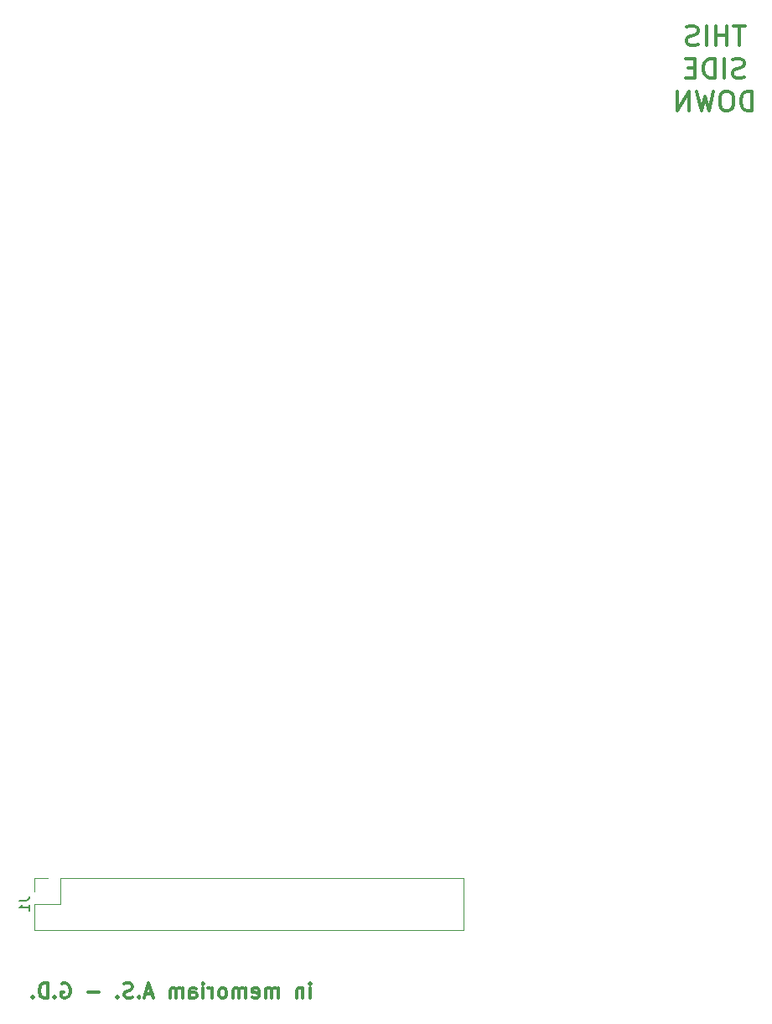
<source format=gbr>
%TF.GenerationSoftware,KiCad,Pcbnew,5.0.2+dfsg1-1*%
%TF.CreationDate,2020-10-11T22:00:56+02:00*%
%TF.ProjectId,A130XE_KB_MX,41313330-5845-45f4-9b42-5f4d582e6b69,0.1*%
%TF.SameCoordinates,Original*%
%TF.FileFunction,Legend,Bot*%
%TF.FilePolarity,Positive*%
%FSLAX46Y46*%
G04 Gerber Fmt 4.6, Leading zero omitted, Abs format (unit mm)*
G04 Created by KiCad (PCBNEW 5.0.2+dfsg1-1) date Sun 11 Oct 2020 10:00:56 PM CEST*
%MOMM*%
%LPD*%
G01*
G04 APERTURE LIST*
%ADD10C,0.300000*%
%ADD11C,0.120000*%
%ADD12C,0.150000*%
G04 APERTURE END LIST*
D10*
X369047619Y-113604761D02*
X367904761Y-113604761D01*
X368476190Y-115604761D02*
X368476190Y-113604761D01*
X367238095Y-115604761D02*
X367238095Y-113604761D01*
X367238095Y-114557142D02*
X366095238Y-114557142D01*
X366095238Y-115604761D02*
X366095238Y-113604761D01*
X365142857Y-115604761D02*
X365142857Y-113604761D01*
X364285714Y-115509523D02*
X364000000Y-115604761D01*
X363523809Y-115604761D01*
X363333333Y-115509523D01*
X363238095Y-115414285D01*
X363142857Y-115223809D01*
X363142857Y-115033333D01*
X363238095Y-114842857D01*
X363333333Y-114747619D01*
X363523809Y-114652380D01*
X363904761Y-114557142D01*
X364095238Y-114461904D01*
X364190476Y-114366666D01*
X364285714Y-114176190D01*
X364285714Y-113985714D01*
X364190476Y-113795238D01*
X364095238Y-113700000D01*
X363904761Y-113604761D01*
X363428571Y-113604761D01*
X363142857Y-113700000D01*
X368952380Y-118809523D02*
X368666666Y-118904761D01*
X368190476Y-118904761D01*
X368000000Y-118809523D01*
X367904761Y-118714285D01*
X367809523Y-118523809D01*
X367809523Y-118333333D01*
X367904761Y-118142857D01*
X368000000Y-118047619D01*
X368190476Y-117952380D01*
X368571428Y-117857142D01*
X368761904Y-117761904D01*
X368857142Y-117666666D01*
X368952380Y-117476190D01*
X368952380Y-117285714D01*
X368857142Y-117095238D01*
X368761904Y-117000000D01*
X368571428Y-116904761D01*
X368095238Y-116904761D01*
X367809523Y-117000000D01*
X366952380Y-118904761D02*
X366952380Y-116904761D01*
X366000000Y-118904761D02*
X366000000Y-116904761D01*
X365523809Y-116904761D01*
X365238095Y-117000000D01*
X365047619Y-117190476D01*
X364952380Y-117380952D01*
X364857142Y-117761904D01*
X364857142Y-118047619D01*
X364952380Y-118428571D01*
X365047619Y-118619047D01*
X365238095Y-118809523D01*
X365523809Y-118904761D01*
X366000000Y-118904761D01*
X364000000Y-117857142D02*
X363333333Y-117857142D01*
X363047619Y-118904761D02*
X364000000Y-118904761D01*
X364000000Y-116904761D01*
X363047619Y-116904761D01*
X369761904Y-122204761D02*
X369761904Y-120204761D01*
X369285714Y-120204761D01*
X369000000Y-120300000D01*
X368809523Y-120490476D01*
X368714285Y-120680952D01*
X368619047Y-121061904D01*
X368619047Y-121347619D01*
X368714285Y-121728571D01*
X368809523Y-121919047D01*
X369000000Y-122109523D01*
X369285714Y-122204761D01*
X369761904Y-122204761D01*
X367380952Y-120204761D02*
X367000000Y-120204761D01*
X366809523Y-120300000D01*
X366619047Y-120490476D01*
X366523809Y-120871428D01*
X366523809Y-121538095D01*
X366619047Y-121919047D01*
X366809523Y-122109523D01*
X367000000Y-122204761D01*
X367380952Y-122204761D01*
X367571428Y-122109523D01*
X367761904Y-121919047D01*
X367857142Y-121538095D01*
X367857142Y-120871428D01*
X367761904Y-120490476D01*
X367571428Y-120300000D01*
X367380952Y-120204761D01*
X365857142Y-120204761D02*
X365380952Y-122204761D01*
X365000000Y-120776190D01*
X364619047Y-122204761D01*
X364142857Y-120204761D01*
X363380952Y-122204761D02*
X363380952Y-120204761D01*
X362238095Y-122204761D01*
X362238095Y-120204761D01*
X325100000Y-211778571D02*
X325100000Y-210778571D01*
X325100000Y-210278571D02*
X325171428Y-210350000D01*
X325100000Y-210421428D01*
X325028571Y-210350000D01*
X325100000Y-210278571D01*
X325100000Y-210421428D01*
X324385714Y-210778571D02*
X324385714Y-211778571D01*
X324385714Y-210921428D02*
X324314285Y-210850000D01*
X324171428Y-210778571D01*
X323957142Y-210778571D01*
X323814285Y-210850000D01*
X323742857Y-210992857D01*
X323742857Y-211778571D01*
X321885714Y-211778571D02*
X321885714Y-210778571D01*
X321885714Y-210921428D02*
X321814285Y-210850000D01*
X321671428Y-210778571D01*
X321457142Y-210778571D01*
X321314285Y-210850000D01*
X321242857Y-210992857D01*
X321242857Y-211778571D01*
X321242857Y-210992857D02*
X321171428Y-210850000D01*
X321028571Y-210778571D01*
X320814285Y-210778571D01*
X320671428Y-210850000D01*
X320600000Y-210992857D01*
X320600000Y-211778571D01*
X319314285Y-211707142D02*
X319457142Y-211778571D01*
X319742857Y-211778571D01*
X319885714Y-211707142D01*
X319957142Y-211564285D01*
X319957142Y-210992857D01*
X319885714Y-210850000D01*
X319742857Y-210778571D01*
X319457142Y-210778571D01*
X319314285Y-210850000D01*
X319242857Y-210992857D01*
X319242857Y-211135714D01*
X319957142Y-211278571D01*
X318600000Y-211778571D02*
X318600000Y-210778571D01*
X318600000Y-210921428D02*
X318528571Y-210850000D01*
X318385714Y-210778571D01*
X318171428Y-210778571D01*
X318028571Y-210850000D01*
X317957142Y-210992857D01*
X317957142Y-211778571D01*
X317957142Y-210992857D02*
X317885714Y-210850000D01*
X317742857Y-210778571D01*
X317528571Y-210778571D01*
X317385714Y-210850000D01*
X317314285Y-210992857D01*
X317314285Y-211778571D01*
X316385714Y-211778571D02*
X316528571Y-211707142D01*
X316600000Y-211635714D01*
X316671428Y-211492857D01*
X316671428Y-211064285D01*
X316600000Y-210921428D01*
X316528571Y-210850000D01*
X316385714Y-210778571D01*
X316171428Y-210778571D01*
X316028571Y-210850000D01*
X315957142Y-210921428D01*
X315885714Y-211064285D01*
X315885714Y-211492857D01*
X315957142Y-211635714D01*
X316028571Y-211707142D01*
X316171428Y-211778571D01*
X316385714Y-211778571D01*
X315242857Y-211778571D02*
X315242857Y-210778571D01*
X315242857Y-211064285D02*
X315171428Y-210921428D01*
X315100000Y-210850000D01*
X314957142Y-210778571D01*
X314814285Y-210778571D01*
X314314285Y-211778571D02*
X314314285Y-210778571D01*
X314314285Y-210278571D02*
X314385714Y-210350000D01*
X314314285Y-210421428D01*
X314242857Y-210350000D01*
X314314285Y-210278571D01*
X314314285Y-210421428D01*
X312957142Y-211778571D02*
X312957142Y-210992857D01*
X313028571Y-210850000D01*
X313171428Y-210778571D01*
X313457142Y-210778571D01*
X313600000Y-210850000D01*
X312957142Y-211707142D02*
X313100000Y-211778571D01*
X313457142Y-211778571D01*
X313600000Y-211707142D01*
X313671428Y-211564285D01*
X313671428Y-211421428D01*
X313600000Y-211278571D01*
X313457142Y-211207142D01*
X313100000Y-211207142D01*
X312957142Y-211135714D01*
X312242857Y-211778571D02*
X312242857Y-210778571D01*
X312242857Y-210921428D02*
X312171428Y-210850000D01*
X312028571Y-210778571D01*
X311814285Y-210778571D01*
X311671428Y-210850000D01*
X311600000Y-210992857D01*
X311600000Y-211778571D01*
X311600000Y-210992857D02*
X311528571Y-210850000D01*
X311385714Y-210778571D01*
X311171428Y-210778571D01*
X311028571Y-210850000D01*
X310957142Y-210992857D01*
X310957142Y-211778571D01*
X309171428Y-211350000D02*
X308457142Y-211350000D01*
X309314285Y-211778571D02*
X308814285Y-210278571D01*
X308314285Y-211778571D01*
X307814285Y-211635714D02*
X307742857Y-211707142D01*
X307814285Y-211778571D01*
X307885714Y-211707142D01*
X307814285Y-211635714D01*
X307814285Y-211778571D01*
X307171428Y-211707142D02*
X306957142Y-211778571D01*
X306600000Y-211778571D01*
X306457142Y-211707142D01*
X306385714Y-211635714D01*
X306314285Y-211492857D01*
X306314285Y-211350000D01*
X306385714Y-211207142D01*
X306457142Y-211135714D01*
X306600000Y-211064285D01*
X306885714Y-210992857D01*
X307028571Y-210921428D01*
X307100000Y-210850000D01*
X307171428Y-210707142D01*
X307171428Y-210564285D01*
X307100000Y-210421428D01*
X307028571Y-210350000D01*
X306885714Y-210278571D01*
X306528571Y-210278571D01*
X306314285Y-210350000D01*
X305671428Y-211635714D02*
X305600000Y-211707142D01*
X305671428Y-211778571D01*
X305742857Y-211707142D01*
X305671428Y-211635714D01*
X305671428Y-211778571D01*
X303814285Y-211207142D02*
X302671428Y-211207142D01*
X300028571Y-210350000D02*
X300171428Y-210278571D01*
X300385714Y-210278571D01*
X300600000Y-210350000D01*
X300742857Y-210492857D01*
X300814285Y-210635714D01*
X300885714Y-210921428D01*
X300885714Y-211135714D01*
X300814285Y-211421428D01*
X300742857Y-211564285D01*
X300600000Y-211707142D01*
X300385714Y-211778571D01*
X300242857Y-211778571D01*
X300028571Y-211707142D01*
X299957142Y-211635714D01*
X299957142Y-211135714D01*
X300242857Y-211135714D01*
X299314285Y-211635714D02*
X299242857Y-211707142D01*
X299314285Y-211778571D01*
X299385714Y-211707142D01*
X299314285Y-211635714D01*
X299314285Y-211778571D01*
X298600000Y-211778571D02*
X298600000Y-210278571D01*
X298242857Y-210278571D01*
X298028571Y-210350000D01*
X297885714Y-210492857D01*
X297814285Y-210635714D01*
X297742857Y-210921428D01*
X297742857Y-211135714D01*
X297814285Y-211421428D01*
X297885714Y-211564285D01*
X298028571Y-211707142D01*
X298242857Y-211778571D01*
X298600000Y-211778571D01*
X297100000Y-211635714D02*
X297028571Y-211707142D01*
X297100000Y-211778571D01*
X297171428Y-211707142D01*
X297100000Y-211635714D01*
X297100000Y-211778571D01*
D11*
X340570000Y-199670000D02*
X340570000Y-204870000D01*
X299870000Y-199670000D02*
X340570000Y-199670000D01*
X297270000Y-204870000D02*
X340570000Y-204870000D01*
X299870000Y-199670000D02*
X299870000Y-202270000D01*
X299870000Y-202270000D02*
X297270000Y-202270000D01*
X297270000Y-202270000D02*
X297270000Y-204870000D01*
X298600000Y-199670000D02*
X297270000Y-199670000D01*
X297270000Y-199670000D02*
X297270000Y-201000000D01*
D12*
X295722380Y-201936666D02*
X296436666Y-201936666D01*
X296579523Y-201889047D01*
X296674761Y-201793809D01*
X296722380Y-201650952D01*
X296722380Y-201555714D01*
X296722380Y-202936666D02*
X296722380Y-202365238D01*
X296722380Y-202650952D02*
X295722380Y-202650952D01*
X295865238Y-202555714D01*
X295960476Y-202460476D01*
X296008095Y-202365238D01*
M02*

</source>
